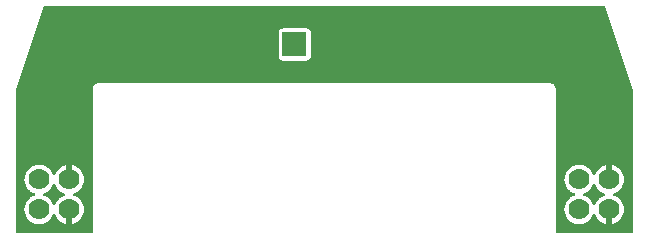
<source format=gtl>
%FSLAX33Y33*%
%MOMM*%
%ADD10C,0.0508*%
%ADD11R,2.X2.*%
%ADD12C,2.*%
%ADD13C,1.778*%
D10*
%LNpour fill*%
G01*
X52742Y12603D02*
X52742Y12603D01*
X50369Y19722*
X2971Y19722*
X0598Y12603*
X0598Y0598*
X7022Y0598*
X7022Y12700*
X7022Y12700*
X7033Y12817*
X7033Y12817*
X7067Y12929*
X7067Y12929*
X7123Y13032*
X7123Y13032*
X7197Y13123*
X7197Y13123*
X7288Y13197*
X7288Y13197*
X7391Y13253*
X7391Y13253*
X7503Y13287*
X7503Y13287*
X7620Y13298*
X7620Y13298*
X45720Y13298*
X45720Y13298*
X45837Y13287*
X45837Y13287*
X45949Y13253*
X45949Y13253*
X46052Y13197*
X46052Y13197*
X46143Y13123*
X46143Y13123*
X46217Y13032*
X46217Y13032*
X46273Y12929*
X46273Y12929*
X46307Y12817*
X46307Y12817*
X46318Y12700*
X46318Y12700*
X46318Y0598*
X52742Y0598*
X52742Y12603*
X25170Y15103D02*
X23170Y15103D01*
X23106Y15108*
X23044Y15123*
X22985Y15147*
X22931Y15180*
X22882Y15222*
X22840Y15271*
X22807Y15325*
X22783Y15384*
X22768Y15446*
X22763Y15510*
X22763Y17510*
X22768Y17574*
X22783Y17636*
X22807Y17695*
X22840Y17749*
X22882Y17798*
X22931Y17840*
X22985Y17873*
X23044Y17897*
X23106Y17912*
X23170Y17917*
X25170Y17917*
X25234Y17912*
X25296Y17897*
X25355Y17873*
X25409Y17840*
X25458Y17798*
X25500Y17749*
X25533Y17695*
X25557Y17636*
X25572Y17574*
X25577Y17510*
X25577Y15510*
X25572Y15446*
X25557Y15384*
X25533Y15325*
X25500Y15271*
X25458Y15222*
X25409Y15180*
X25355Y15147*
X25296Y15123*
X25234Y15108*
X25170Y15103*
X48260Y1244D02*
X47972Y1276D01*
X47698Y1372*
X47452Y1526*
X47246Y1732*
X47092Y1978*
X46996Y2252*
X46964Y2540*
X46996Y2828*
X47092Y3102*
X47246Y3348*
X47452Y3554*
X47698Y3708*
X47860Y3765*
X47860Y3855*
X47698Y3912*
X47452Y4066*
X47246Y4272*
X47092Y4518*
X46996Y4792*
X46964Y5080*
X46996Y5368*
X47092Y5642*
X47246Y5888*
X47452Y6094*
X47698Y6248*
X47972Y6344*
X48260Y6376*
X48548Y6344*
X48822Y6248*
X49068Y6094*
X49274Y5888*
X49428Y5642*
X49485Y5480*
X49575Y5480*
X49632Y5642*
X49786Y5888*
X49992Y6094*
X50238Y6248*
X50512Y6344*
X50597Y6354*
X50597Y5861*
X51003Y5861*
X51003Y6354*
X51088Y6344*
X51362Y6248*
X51608Y6094*
X51814Y5888*
X51968Y5642*
X52064Y5368*
X52096Y5080*
X52064Y4792*
X51968Y4518*
X51814Y4272*
X51608Y4066*
X51362Y3912*
X51200Y3855*
X51200Y3765*
X51362Y3708*
X51608Y3554*
X51814Y3348*
X51968Y3102*
X52064Y2828*
X52096Y2540*
X52064Y2252*
X51968Y1978*
X51814Y1732*
X51608Y1526*
X51362Y1372*
X51088Y1276*
X51003Y1266*
X51003Y1759*
X50597Y1759*
X50597Y1266*
X50512Y1276*
X50238Y1372*
X49992Y1526*
X49786Y1732*
X49632Y1978*
X49575Y2140*
X49485Y2140*
X49428Y1978*
X49274Y1732*
X49068Y1526*
X48822Y1372*
X48548Y1276*
X48260Y1244*
X2540Y1244D02*
X2252Y1276D01*
X1978Y1372*
X1732Y1526*
X1526Y1732*
X1372Y1978*
X1276Y2252*
X1244Y2540*
X1276Y2828*
X1372Y3102*
X1526Y3348*
X1732Y3554*
X1978Y3708*
X2140Y3765*
X2140Y3855*
X1978Y3912*
X1732Y4066*
X1526Y4272*
X1372Y4518*
X1276Y4792*
X1244Y5080*
X1276Y5368*
X1372Y5642*
X1526Y5888*
X1732Y6094*
X1978Y6248*
X2252Y6344*
X2540Y6376*
X2828Y6344*
X3102Y6248*
X3348Y6094*
X3554Y5888*
X3708Y5642*
X3765Y5480*
X3855Y5480*
X3912Y5642*
X4066Y5888*
X4272Y6094*
X4518Y6248*
X4792Y6344*
X4877Y6354*
X4877Y5861*
X5283Y5861*
X5283Y6354*
X5368Y6344*
X5642Y6248*
X5888Y6094*
X6094Y5888*
X6248Y5642*
X6344Y5368*
X6376Y5080*
X6344Y4792*
X6248Y4518*
X6094Y4272*
X5888Y4066*
X5642Y3912*
X5480Y3855*
X5480Y3765*
X5642Y3708*
X5888Y3554*
X6094Y3348*
X6248Y3102*
X6344Y2828*
X6376Y2540*
X6344Y2252*
X6248Y1978*
X6094Y1732*
X5888Y1526*
X5642Y1372*
X5368Y1276*
X5283Y1266*
X5283Y1759*
X4877Y1759*
X4877Y1266*
X4792Y1276*
X4518Y1372*
X4272Y1526*
X4066Y1732*
X3912Y1978*
X3855Y2140*
X3765Y2140*
X3708Y1978*
X3554Y1732*
X3348Y1526*
X3102Y1372*
X2828Y1276*
X2540Y1244*
X0598Y0647D02*
X7022Y0647D01*
X46318Y0647D02*
X52742Y0647D01*
X0598Y0697D02*
X7022Y0697D01*
X46318Y0697D02*
X52742Y0697D01*
X0598Y0746D02*
X7022Y0746D01*
X46318Y0746D02*
X52742Y0746D01*
X0598Y0796D02*
X7022Y0796D01*
X46318Y0796D02*
X52742Y0796D01*
X0598Y0846D02*
X7022Y0846D01*
X46318Y0846D02*
X52742Y0846D01*
X0598Y0895D02*
X7022Y0895D01*
X46318Y0895D02*
X52742Y0895D01*
X0598Y0945D02*
X7022Y0945D01*
X46318Y0945D02*
X52742Y0945D01*
X0598Y0994D02*
X7022Y0994D01*
X46318Y0994D02*
X52742Y0994D01*
X0598Y1044D02*
X7022Y1044D01*
X46318Y1044D02*
X52742Y1044D01*
X0598Y1093D02*
X7022Y1093D01*
X46318Y1093D02*
X52742Y1093D01*
X0598Y1143D02*
X7022Y1143D01*
X46318Y1143D02*
X52742Y1143D01*
X0598Y1192D02*
X7022Y1192D01*
X46318Y1192D02*
X52742Y1192D01*
X0598Y1242D02*
X7022Y1242D01*
X46318Y1242D02*
X52742Y1242D01*
X0598Y1291D02*
X2207Y1291D01*
X2873Y1291D02*
X4747Y1291D01*
X4877Y1291D02*
X5283Y1291D01*
X5413Y1291D02*
X7022Y1291D01*
X46318Y1291D02*
X47927Y1291D01*
X48593Y1291D02*
X50467Y1291D01*
X50597Y1291D02*
X51003Y1291D01*
X51133Y1291D02*
X52742Y1291D01*
X0598Y1341D02*
X2066Y1341D01*
X3014Y1341D02*
X4606Y1341D01*
X4877Y1341D02*
X5283Y1341D01*
X5554Y1341D02*
X7022Y1341D01*
X46318Y1341D02*
X47786Y1341D01*
X48734Y1341D02*
X50326Y1341D01*
X50597Y1341D02*
X51003Y1341D01*
X51274Y1341D02*
X52742Y1341D01*
X0598Y1390D02*
X1948Y1390D01*
X3132Y1390D02*
X4488Y1390D01*
X4877Y1390D02*
X5283Y1390D01*
X5672Y1390D02*
X7022Y1390D01*
X46318Y1390D02*
X47668Y1390D01*
X48852Y1390D02*
X50208Y1390D01*
X50597Y1390D02*
X51003Y1390D01*
X51392Y1390D02*
X52742Y1390D01*
X0598Y1440D02*
X1869Y1440D01*
X3211Y1440D02*
X4409Y1440D01*
X4877Y1440D02*
X5283Y1440D01*
X5751Y1440D02*
X7022Y1440D01*
X46318Y1440D02*
X47589Y1440D01*
X48931Y1440D02*
X50129Y1440D01*
X50597Y1440D02*
X51003Y1440D01*
X51471Y1440D02*
X52742Y1440D01*
X0598Y1489D02*
X1790Y1489D01*
X3290Y1489D02*
X4330Y1489D01*
X4877Y1489D02*
X5283Y1489D01*
X5830Y1489D02*
X7022Y1489D01*
X46318Y1489D02*
X47510Y1489D01*
X49010Y1489D02*
X50050Y1489D01*
X50597Y1489D02*
X51003Y1489D01*
X51550Y1489D02*
X52742Y1489D01*
X0598Y1539D02*
X1719Y1539D01*
X3361Y1539D02*
X4259Y1539D01*
X4877Y1539D02*
X5283Y1539D01*
X5901Y1539D02*
X7022Y1539D01*
X46318Y1539D02*
X47439Y1539D01*
X49081Y1539D02*
X49979Y1539D01*
X50597Y1539D02*
X51003Y1539D01*
X51621Y1539D02*
X52742Y1539D01*
X0598Y1589D02*
X1669Y1589D01*
X3411Y1589D02*
X4209Y1589D01*
X4877Y1589D02*
X5283Y1589D01*
X5951Y1589D02*
X7022Y1589D01*
X46318Y1589D02*
X47389Y1589D01*
X49131Y1589D02*
X49929Y1589D01*
X50597Y1589D02*
X51003Y1589D01*
X51671Y1589D02*
X52742Y1589D01*
X0598Y1638D02*
X1620Y1638D01*
X3460Y1638D02*
X4160Y1638D01*
X4877Y1638D02*
X5283Y1638D01*
X6000Y1638D02*
X7022Y1638D01*
X46318Y1638D02*
X47340Y1638D01*
X49180Y1638D02*
X49880Y1638D01*
X50597Y1638D02*
X51003Y1638D01*
X51720Y1638D02*
X52742Y1638D01*
X0598Y1688D02*
X1570Y1688D01*
X3510Y1688D02*
X4110Y1688D01*
X4877Y1688D02*
X5283Y1688D01*
X6050Y1688D02*
X7022Y1688D01*
X46318Y1688D02*
X47290Y1688D01*
X49230Y1688D02*
X49830Y1688D01*
X50597Y1688D02*
X51003Y1688D01*
X51770Y1688D02*
X52742Y1688D01*
X0598Y1737D02*
X1523Y1737D01*
X3557Y1737D02*
X4063Y1737D01*
X4877Y1737D02*
X5283Y1737D01*
X6097Y1737D02*
X7022Y1737D01*
X46318Y1737D02*
X47243Y1737D01*
X49277Y1737D02*
X49783Y1737D01*
X50597Y1737D02*
X51003Y1737D01*
X51817Y1737D02*
X52742Y1737D01*
X0598Y1787D02*
X1492Y1787D01*
X3588Y1787D02*
X4032Y1787D01*
X6128Y1787D02*
X7022Y1787D01*
X46318Y1787D02*
X47212Y1787D01*
X49308Y1787D02*
X49752Y1787D01*
X51848Y1787D02*
X52742Y1787D01*
X0598Y1836D02*
X1461Y1836D01*
X3619Y1836D02*
X4001Y1836D01*
X6159Y1836D02*
X7022Y1836D01*
X46318Y1836D02*
X47181Y1836D01*
X49339Y1836D02*
X49721Y1836D01*
X51879Y1836D02*
X52742Y1836D01*
X0598Y1886D02*
X1429Y1886D01*
X3651Y1886D02*
X3969Y1886D01*
X6191Y1886D02*
X7022Y1886D01*
X46318Y1886D02*
X47149Y1886D01*
X49371Y1886D02*
X49689Y1886D01*
X51911Y1886D02*
X52742Y1886D01*
X0598Y1935D02*
X1398Y1935D01*
X3682Y1935D02*
X3938Y1935D01*
X6222Y1935D02*
X7022Y1935D01*
X46318Y1935D02*
X47118Y1935D01*
X49402Y1935D02*
X49658Y1935D01*
X51942Y1935D02*
X52742Y1935D01*
X0598Y1985D02*
X1369Y1985D01*
X3711Y1985D02*
X3909Y1985D01*
X6251Y1985D02*
X7022Y1985D01*
X46318Y1985D02*
X47089Y1985D01*
X49431Y1985D02*
X49629Y1985D01*
X51971Y1985D02*
X52742Y1985D01*
X0598Y2034D02*
X1352Y2034D01*
X3728Y2034D02*
X3892Y2034D01*
X6268Y2034D02*
X7022Y2034D01*
X46318Y2034D02*
X47072Y2034D01*
X49448Y2034D02*
X49612Y2034D01*
X51988Y2034D02*
X52742Y2034D01*
X0598Y2084D02*
X1335Y2084D01*
X3745Y2084D02*
X3875Y2084D01*
X6285Y2084D02*
X7022Y2084D01*
X46318Y2084D02*
X47055Y2084D01*
X49465Y2084D02*
X49595Y2084D01*
X52005Y2084D02*
X52742Y2084D01*
X0598Y2133D02*
X1317Y2133D01*
X3763Y2133D02*
X3857Y2133D01*
X6303Y2133D02*
X7022Y2133D01*
X46318Y2133D02*
X47037Y2133D01*
X49483Y2133D02*
X49577Y2133D01*
X52023Y2133D02*
X52742Y2133D01*
X0598Y2183D02*
X1300Y2183D01*
X6320Y2183D02*
X7022Y2183D01*
X46318Y2183D02*
X47020Y2183D01*
X52040Y2183D02*
X52742Y2183D01*
X0598Y2232D02*
X1283Y2232D01*
X6337Y2232D02*
X7022Y2232D01*
X46318Y2232D02*
X47003Y2232D01*
X52057Y2232D02*
X52742Y2232D01*
X0598Y2282D02*
X1272Y2282D01*
X6348Y2282D02*
X7022Y2282D01*
X46318Y2282D02*
X46992Y2282D01*
X52068Y2282D02*
X52742Y2282D01*
X0598Y2331D02*
X1267Y2331D01*
X6353Y2331D02*
X7022Y2331D01*
X46318Y2331D02*
X46987Y2331D01*
X52073Y2331D02*
X52742Y2331D01*
X0598Y2381D02*
X1261Y2381D01*
X6359Y2381D02*
X7022Y2381D01*
X46318Y2381D02*
X46981Y2381D01*
X52079Y2381D02*
X52742Y2381D01*
X0598Y2431D02*
X1256Y2431D01*
X6364Y2431D02*
X7022Y2431D01*
X46318Y2431D02*
X46976Y2431D01*
X52084Y2431D02*
X52742Y2431D01*
X0598Y2480D02*
X1250Y2480D01*
X6370Y2480D02*
X7022Y2480D01*
X46318Y2480D02*
X46970Y2480D01*
X52090Y2480D02*
X52742Y2480D01*
X0598Y2530D02*
X1245Y2530D01*
X6375Y2530D02*
X7022Y2530D01*
X46318Y2530D02*
X46965Y2530D01*
X52095Y2530D02*
X52742Y2530D01*
X0598Y2579D02*
X1248Y2579D01*
X6372Y2579D02*
X7022Y2579D01*
X46318Y2579D02*
X46968Y2579D01*
X52092Y2579D02*
X52742Y2579D01*
X0598Y2629D02*
X1253Y2629D01*
X6367Y2629D02*
X7022Y2629D01*
X46318Y2629D02*
X46973Y2629D01*
X52087Y2629D02*
X52742Y2629D01*
X0598Y2678D02*
X1259Y2678D01*
X6361Y2678D02*
X7022Y2678D01*
X46318Y2678D02*
X46979Y2678D01*
X52081Y2678D02*
X52742Y2678D01*
X0598Y2728D02*
X1264Y2728D01*
X6356Y2728D02*
X7022Y2728D01*
X46318Y2728D02*
X46984Y2728D01*
X52076Y2728D02*
X52742Y2728D01*
X0598Y2777D02*
X1270Y2777D01*
X6350Y2777D02*
X7022Y2777D01*
X46318Y2777D02*
X46990Y2777D01*
X52070Y2777D02*
X52742Y2777D01*
X0598Y2827D02*
X1276Y2827D01*
X6344Y2827D02*
X7022Y2827D01*
X46318Y2827D02*
X46996Y2827D01*
X52064Y2827D02*
X52742Y2827D01*
X0598Y2876D02*
X1293Y2876D01*
X6327Y2876D02*
X7022Y2876D01*
X46318Y2876D02*
X47013Y2876D01*
X52047Y2876D02*
X52742Y2876D01*
X0598Y2926D02*
X1310Y2926D01*
X6310Y2926D02*
X7022Y2926D01*
X46318Y2926D02*
X47030Y2926D01*
X52030Y2926D02*
X52742Y2926D01*
X0598Y2975D02*
X1327Y2975D01*
X6293Y2975D02*
X7022Y2975D01*
X46318Y2975D02*
X47047Y2975D01*
X52013Y2975D02*
X52742Y2975D01*
X0598Y3025D02*
X1345Y3025D01*
X6275Y3025D02*
X7022Y3025D01*
X46318Y3025D02*
X47065Y3025D01*
X51995Y3025D02*
X52742Y3025D01*
X0598Y3074D02*
X1362Y3074D01*
X6258Y3074D02*
X7022Y3074D01*
X46318Y3074D02*
X47082Y3074D01*
X51978Y3074D02*
X52742Y3074D01*
X0598Y3124D02*
X1385Y3124D01*
X6235Y3124D02*
X7022Y3124D01*
X46318Y3124D02*
X47105Y3124D01*
X51955Y3124D02*
X52742Y3124D01*
X0598Y3173D02*
X1416Y3173D01*
X6204Y3173D02*
X7022Y3173D01*
X46318Y3173D02*
X47136Y3173D01*
X51924Y3173D02*
X52742Y3173D01*
X0598Y3223D02*
X1447Y3223D01*
X6173Y3223D02*
X7022Y3223D01*
X46318Y3223D02*
X47167Y3223D01*
X51893Y3223D02*
X52742Y3223D01*
X0598Y3273D02*
X1479Y3273D01*
X6141Y3273D02*
X7022Y3273D01*
X46318Y3273D02*
X47199Y3273D01*
X51861Y3273D02*
X52742Y3273D01*
X0598Y3322D02*
X1510Y3322D01*
X6110Y3322D02*
X7022Y3322D01*
X46318Y3322D02*
X47230Y3322D01*
X51830Y3322D02*
X52742Y3322D01*
X0598Y3372D02*
X1549Y3372D01*
X6071Y3372D02*
X7022Y3372D01*
X46318Y3372D02*
X47269Y3372D01*
X51791Y3372D02*
X52742Y3372D01*
X0598Y3421D02*
X1599Y3421D01*
X6021Y3421D02*
X7022Y3421D01*
X46318Y3421D02*
X47319Y3421D01*
X51741Y3421D02*
X52742Y3421D01*
X0598Y3471D02*
X1648Y3471D01*
X5972Y3471D02*
X7022Y3471D01*
X46318Y3471D02*
X47368Y3471D01*
X51692Y3471D02*
X52742Y3471D01*
X0598Y3520D02*
X1698Y3520D01*
X5922Y3520D02*
X7022Y3520D01*
X46318Y3520D02*
X47418Y3520D01*
X51642Y3520D02*
X52742Y3520D01*
X0598Y3570D02*
X1757Y3570D01*
X5863Y3570D02*
X7022Y3570D01*
X46318Y3570D02*
X47477Y3570D01*
X51583Y3570D02*
X52742Y3570D01*
X0598Y3619D02*
X1836Y3619D01*
X5784Y3619D02*
X7022Y3619D01*
X46318Y3619D02*
X47556Y3619D01*
X51504Y3619D02*
X52742Y3619D01*
X0598Y3669D02*
X1915Y3669D01*
X5705Y3669D02*
X7022Y3669D01*
X46318Y3669D02*
X47635Y3669D01*
X51425Y3669D02*
X52742Y3669D01*
X0598Y3718D02*
X2006Y3718D01*
X5614Y3718D02*
X7022Y3718D01*
X46318Y3718D02*
X47726Y3718D01*
X51334Y3718D02*
X52742Y3718D01*
X0598Y3768D02*
X2140Y3768D01*
X5480Y3768D02*
X7022Y3768D01*
X46318Y3768D02*
X47860Y3768D01*
X51200Y3768D02*
X52742Y3768D01*
X0598Y3817D02*
X2140Y3817D01*
X5480Y3817D02*
X7022Y3817D01*
X46318Y3817D02*
X47860Y3817D01*
X51200Y3817D02*
X52742Y3817D01*
X0598Y3867D02*
X2106Y3867D01*
X5514Y3867D02*
X7022Y3867D01*
X46318Y3867D02*
X47826Y3867D01*
X51234Y3867D02*
X52742Y3867D01*
X0598Y3916D02*
X1970Y3916D01*
X5650Y3916D02*
X7022Y3916D01*
X46318Y3916D02*
X47690Y3916D01*
X51370Y3916D02*
X52742Y3916D01*
X0598Y3966D02*
X1891Y3966D01*
X5729Y3966D02*
X7022Y3966D01*
X46318Y3966D02*
X47611Y3966D01*
X51449Y3966D02*
X52742Y3966D01*
X0598Y4015D02*
X1812Y4015D01*
X5808Y4015D02*
X7022Y4015D01*
X46318Y4015D02*
X47532Y4015D01*
X51528Y4015D02*
X52742Y4015D01*
X0598Y4065D02*
X1734Y4065D01*
X5886Y4065D02*
X7022Y4065D01*
X46318Y4065D02*
X47454Y4065D01*
X51606Y4065D02*
X52742Y4065D01*
X0598Y4115D02*
X1683Y4115D01*
X5937Y4115D02*
X7022Y4115D01*
X46318Y4115D02*
X47403Y4115D01*
X51657Y4115D02*
X52742Y4115D01*
X0598Y4164D02*
X1634Y4164D01*
X5986Y4164D02*
X7022Y4164D01*
X46318Y4164D02*
X47354Y4164D01*
X51706Y4164D02*
X52742Y4164D01*
X0598Y4214D02*
X1584Y4214D01*
X6036Y4214D02*
X7022Y4214D01*
X46318Y4214D02*
X47304Y4214D01*
X51756Y4214D02*
X52742Y4214D01*
X0598Y4263D02*
X1535Y4263D01*
X6085Y4263D02*
X7022Y4263D01*
X46318Y4263D02*
X47255Y4263D01*
X51805Y4263D02*
X52742Y4263D01*
X0598Y4313D02*
X1500Y4313D01*
X6120Y4313D02*
X7022Y4313D01*
X46318Y4313D02*
X47220Y4313D01*
X51840Y4313D02*
X52742Y4313D01*
X0598Y4362D02*
X1469Y4362D01*
X6151Y4362D02*
X7022Y4362D01*
X46318Y4362D02*
X47189Y4362D01*
X51871Y4362D02*
X52742Y4362D01*
X0598Y4412D02*
X1438Y4412D01*
X6182Y4412D02*
X7022Y4412D01*
X46318Y4412D02*
X47158Y4412D01*
X51902Y4412D02*
X52742Y4412D01*
X0598Y4461D02*
X1407Y4461D01*
X6213Y4461D02*
X7022Y4461D01*
X46318Y4461D02*
X47127Y4461D01*
X51933Y4461D02*
X52742Y4461D01*
X0598Y4511D02*
X1376Y4511D01*
X6244Y4511D02*
X7022Y4511D01*
X46318Y4511D02*
X47096Y4511D01*
X51964Y4511D02*
X52742Y4511D01*
X0598Y4560D02*
X1357Y4560D01*
X6263Y4560D02*
X7022Y4560D01*
X46318Y4560D02*
X47077Y4560D01*
X51983Y4560D02*
X52742Y4560D01*
X0598Y4610D02*
X1339Y4610D01*
X6281Y4610D02*
X7022Y4610D01*
X46318Y4610D02*
X47059Y4610D01*
X52001Y4610D02*
X52742Y4610D01*
X0598Y4659D02*
X1322Y4659D01*
X6298Y4659D02*
X7022Y4659D01*
X46318Y4659D02*
X47042Y4659D01*
X52018Y4659D02*
X52742Y4659D01*
X0598Y4709D02*
X1305Y4709D01*
X6315Y4709D02*
X7022Y4709D01*
X46318Y4709D02*
X47025Y4709D01*
X52035Y4709D02*
X52742Y4709D01*
X0598Y4758D02*
X1287Y4758D01*
X6333Y4758D02*
X7022Y4758D01*
X46318Y4758D02*
X47007Y4758D01*
X52053Y4758D02*
X52742Y4758D01*
X0598Y4808D02*
X1274Y4808D01*
X6346Y4808D02*
X7022Y4808D01*
X46318Y4808D02*
X46994Y4808D01*
X52066Y4808D02*
X52742Y4808D01*
X0598Y4857D02*
X1268Y4857D01*
X6352Y4857D02*
X7022Y4857D01*
X46318Y4857D02*
X46988Y4857D01*
X52072Y4857D02*
X52742Y4857D01*
X0598Y4907D02*
X1263Y4907D01*
X6357Y4907D02*
X7022Y4907D01*
X46318Y4907D02*
X46983Y4907D01*
X52077Y4907D02*
X52742Y4907D01*
X0598Y4957D02*
X1257Y4957D01*
X6363Y4957D02*
X7022Y4957D01*
X46318Y4957D02*
X46977Y4957D01*
X52083Y4957D02*
X52742Y4957D01*
X0598Y5006D02*
X1252Y5006D01*
X6368Y5006D02*
X7022Y5006D01*
X46318Y5006D02*
X46972Y5006D01*
X52088Y5006D02*
X52742Y5006D01*
X0598Y5056D02*
X1246Y5056D01*
X6374Y5056D02*
X7022Y5056D01*
X46318Y5056D02*
X46966Y5056D01*
X52094Y5056D02*
X52742Y5056D01*
X0598Y5105D02*
X1246Y5105D01*
X6374Y5105D02*
X7022Y5105D01*
X46318Y5105D02*
X46966Y5105D01*
X52094Y5105D02*
X52742Y5105D01*
X0598Y5155D02*
X1252Y5155D01*
X6368Y5155D02*
X7022Y5155D01*
X46318Y5155D02*
X46972Y5155D01*
X52088Y5155D02*
X52742Y5155D01*
X0598Y5204D02*
X1257Y5204D01*
X6363Y5204D02*
X7022Y5204D01*
X46318Y5204D02*
X46977Y5204D01*
X52083Y5204D02*
X52742Y5204D01*
X0598Y5254D02*
X1263Y5254D01*
X6357Y5254D02*
X7022Y5254D01*
X46318Y5254D02*
X46983Y5254D01*
X52077Y5254D02*
X52742Y5254D01*
X0598Y5303D02*
X1268Y5303D01*
X6352Y5303D02*
X7022Y5303D01*
X46318Y5303D02*
X46988Y5303D01*
X52072Y5303D02*
X52742Y5303D01*
X0598Y5353D02*
X1274Y5353D01*
X6346Y5353D02*
X7022Y5353D01*
X46318Y5353D02*
X46994Y5353D01*
X52066Y5353D02*
X52742Y5353D01*
X0598Y5402D02*
X1288Y5402D01*
X6332Y5402D02*
X7022Y5402D01*
X46318Y5402D02*
X47008Y5402D01*
X52052Y5402D02*
X52742Y5402D01*
X0598Y5452D02*
X1305Y5452D01*
X6315Y5452D02*
X7022Y5452D01*
X46318Y5452D02*
X47025Y5452D01*
X52035Y5452D02*
X52742Y5452D01*
X0598Y5501D02*
X1322Y5501D01*
X3758Y5501D02*
X3862Y5501D01*
X6298Y5501D02*
X7022Y5501D01*
X46318Y5501D02*
X47042Y5501D01*
X49478Y5501D02*
X49582Y5501D01*
X52018Y5501D02*
X52742Y5501D01*
X0598Y5551D02*
X1340Y5551D01*
X3740Y5551D02*
X3880Y5551D01*
X6280Y5551D02*
X7022Y5551D01*
X46318Y5551D02*
X47060Y5551D01*
X49460Y5551D02*
X49600Y5551D01*
X52000Y5551D02*
X52742Y5551D01*
X0598Y5600D02*
X1357Y5600D01*
X3723Y5600D02*
X3897Y5600D01*
X6263Y5600D02*
X7022Y5600D01*
X46318Y5600D02*
X47077Y5600D01*
X49443Y5600D02*
X49617Y5600D01*
X51983Y5600D02*
X52742Y5600D01*
X0598Y5650D02*
X1376Y5650D01*
X3704Y5650D02*
X3916Y5650D01*
X6244Y5650D02*
X7022Y5650D01*
X46318Y5650D02*
X47096Y5650D01*
X49424Y5650D02*
X49636Y5650D01*
X51964Y5650D02*
X52742Y5650D01*
X0598Y5699D02*
X1408Y5699D01*
X3672Y5699D02*
X3948Y5699D01*
X6212Y5699D02*
X7022Y5699D01*
X46318Y5699D02*
X47128Y5699D01*
X49392Y5699D02*
X49668Y5699D01*
X51932Y5699D02*
X52742Y5699D01*
X0598Y5749D02*
X1439Y5749D01*
X3641Y5749D02*
X3979Y5749D01*
X6181Y5749D02*
X7022Y5749D01*
X46318Y5749D02*
X47159Y5749D01*
X49361Y5749D02*
X49699Y5749D01*
X51901Y5749D02*
X52742Y5749D01*
X0598Y5799D02*
X1470Y5799D01*
X3610Y5799D02*
X4010Y5799D01*
X6150Y5799D02*
X7022Y5799D01*
X46318Y5799D02*
X47190Y5799D01*
X49330Y5799D02*
X49730Y5799D01*
X51870Y5799D02*
X52742Y5799D01*
X0598Y5848D02*
X1501Y5848D01*
X3579Y5848D02*
X4041Y5848D01*
X6119Y5848D02*
X7022Y5848D01*
X46318Y5848D02*
X47221Y5848D01*
X49299Y5848D02*
X49761Y5848D01*
X51839Y5848D02*
X52742Y5848D01*
X0598Y5898D02*
X1535Y5898D01*
X3545Y5898D02*
X4075Y5898D01*
X4877Y5898D02*
X5283Y5898D01*
X6085Y5898D02*
X7022Y5898D01*
X46318Y5898D02*
X47255Y5898D01*
X49265Y5898D02*
X49795Y5898D01*
X50597Y5898D02*
X51003Y5898D01*
X51805Y5898D02*
X52742Y5898D01*
X0598Y5947D02*
X1585Y5947D01*
X3495Y5947D02*
X4125Y5947D01*
X4877Y5947D02*
X5283Y5947D01*
X6035Y5947D02*
X7022Y5947D01*
X46318Y5947D02*
X47305Y5947D01*
X49215Y5947D02*
X49845Y5947D01*
X50597Y5947D02*
X51003Y5947D01*
X51755Y5947D02*
X52742Y5947D01*
X0598Y5997D02*
X1634Y5997D01*
X3446Y5997D02*
X4174Y5997D01*
X4877Y5997D02*
X5283Y5997D01*
X5986Y5997D02*
X7022Y5997D01*
X46318Y5997D02*
X47354Y5997D01*
X49166Y5997D02*
X49894Y5997D01*
X50597Y5997D02*
X51003Y5997D01*
X51706Y5997D02*
X52742Y5997D01*
X0598Y6046D02*
X1684Y6046D01*
X3396Y6046D02*
X4224Y6046D01*
X4877Y6046D02*
X5283Y6046D01*
X5936Y6046D02*
X7022Y6046D01*
X46318Y6046D02*
X47404Y6046D01*
X49116Y6046D02*
X49944Y6046D01*
X50597Y6046D02*
X51003Y6046D01*
X51656Y6046D02*
X52742Y6046D01*
X0598Y6096D02*
X1735Y6096D01*
X3345Y6096D02*
X4275Y6096D01*
X4877Y6096D02*
X5283Y6096D01*
X5885Y6096D02*
X7022Y6096D01*
X46318Y6096D02*
X47455Y6096D01*
X49065Y6096D02*
X49995Y6096D01*
X50597Y6096D02*
X51003Y6096D01*
X51605Y6096D02*
X52742Y6096D01*
X0598Y6145D02*
X1814Y6145D01*
X3266Y6145D02*
X4354Y6145D01*
X4877Y6145D02*
X5283Y6145D01*
X5806Y6145D02*
X7022Y6145D01*
X46318Y6145D02*
X47534Y6145D01*
X48986Y6145D02*
X50074Y6145D01*
X50597Y6145D02*
X51003Y6145D01*
X51526Y6145D02*
X52742Y6145D01*
X0598Y6195D02*
X1892Y6195D01*
X3188Y6195D02*
X4432Y6195D01*
X4877Y6195D02*
X5283Y6195D01*
X5728Y6195D02*
X7022Y6195D01*
X46318Y6195D02*
X47612Y6195D01*
X48908Y6195D02*
X50152Y6195D01*
X50597Y6195D02*
X51003Y6195D01*
X51448Y6195D02*
X52742Y6195D01*
X0598Y6244D02*
X1971Y6244D01*
X3109Y6244D02*
X4511Y6244D01*
X4877Y6244D02*
X5283Y6244D01*
X5649Y6244D02*
X7022Y6244D01*
X46318Y6244D02*
X47691Y6244D01*
X48829Y6244D02*
X50231Y6244D01*
X50597Y6244D02*
X51003Y6244D01*
X51369Y6244D02*
X52742Y6244D01*
X0598Y6294D02*
X2108Y6294D01*
X2972Y6294D02*
X4648Y6294D01*
X4877Y6294D02*
X5283Y6294D01*
X5512Y6294D02*
X7022Y6294D01*
X46318Y6294D02*
X47828Y6294D01*
X48692Y6294D02*
X50368Y6294D01*
X50597Y6294D02*
X51003Y6294D01*
X51232Y6294D02*
X52742Y6294D01*
X0598Y6343D02*
X2249Y6343D01*
X2831Y6343D02*
X4789Y6343D01*
X4877Y6343D02*
X5283Y6343D01*
X5371Y6343D02*
X7022Y6343D01*
X46318Y6343D02*
X47969Y6343D01*
X48551Y6343D02*
X50509Y6343D01*
X50597Y6343D02*
X51003Y6343D01*
X51091Y6343D02*
X52742Y6343D01*
X0598Y6393D02*
X7022Y6393D01*
X46318Y6393D02*
X52742Y6393D01*
X0598Y6442D02*
X7022Y6442D01*
X46318Y6442D02*
X52742Y6442D01*
X0598Y6492D02*
X7022Y6492D01*
X46318Y6492D02*
X52742Y6492D01*
X0598Y6542D02*
X7022Y6542D01*
X46318Y6542D02*
X52742Y6542D01*
X0598Y6591D02*
X7022Y6591D01*
X46318Y6591D02*
X52742Y6591D01*
X0598Y6641D02*
X7022Y6641D01*
X46318Y6641D02*
X52742Y6641D01*
X0598Y6690D02*
X7022Y6690D01*
X46318Y6690D02*
X52742Y6690D01*
X0598Y6740D02*
X7022Y6740D01*
X46318Y6740D02*
X52742Y6740D01*
X0598Y6789D02*
X7022Y6789D01*
X46318Y6789D02*
X52742Y6789D01*
X0598Y6839D02*
X7022Y6839D01*
X46318Y6839D02*
X52742Y6839D01*
X0598Y6888D02*
X7022Y6888D01*
X46318Y6888D02*
X52742Y6888D01*
X0598Y6938D02*
X7022Y6938D01*
X46318Y6938D02*
X52742Y6938D01*
X0598Y6987D02*
X7022Y6987D01*
X46318Y6987D02*
X52742Y6987D01*
X0598Y7037D02*
X7022Y7037D01*
X46318Y7037D02*
X52742Y7037D01*
X0598Y7086D02*
X7022Y7086D01*
X46318Y7086D02*
X52742Y7086D01*
X0598Y7136D02*
X7022Y7136D01*
X46318Y7136D02*
X52742Y7136D01*
X0598Y7185D02*
X7022Y7185D01*
X46318Y7185D02*
X52742Y7185D01*
X0598Y7235D02*
X7022Y7235D01*
X46318Y7235D02*
X52742Y7235D01*
X0598Y7284D02*
X7022Y7284D01*
X46318Y7284D02*
X52742Y7284D01*
X0598Y7334D02*
X7022Y7334D01*
X46318Y7334D02*
X52742Y7334D01*
X0598Y7384D02*
X7022Y7384D01*
X46318Y7384D02*
X52742Y7384D01*
X0598Y7433D02*
X7022Y7433D01*
X46318Y7433D02*
X52742Y7433D01*
X0598Y7483D02*
X7022Y7483D01*
X46318Y7483D02*
X52742Y7483D01*
X0598Y7532D02*
X7022Y7532D01*
X46318Y7532D02*
X52742Y7532D01*
X0598Y7582D02*
X7022Y7582D01*
X46318Y7582D02*
X52742Y7582D01*
X0598Y7631D02*
X7022Y7631D01*
X46318Y7631D02*
X52742Y7631D01*
X0598Y7681D02*
X7022Y7681D01*
X46318Y7681D02*
X52742Y7681D01*
X0598Y7730D02*
X7022Y7730D01*
X46318Y7730D02*
X52742Y7730D01*
X0598Y7780D02*
X7022Y7780D01*
X46318Y7780D02*
X52742Y7780D01*
X0598Y7829D02*
X7022Y7829D01*
X46318Y7829D02*
X52742Y7829D01*
X0598Y7879D02*
X7022Y7879D01*
X46318Y7879D02*
X52742Y7879D01*
X0598Y7928D02*
X7022Y7928D01*
X46318Y7928D02*
X52742Y7928D01*
X0598Y7978D02*
X7022Y7978D01*
X46318Y7978D02*
X52742Y7978D01*
X0598Y8027D02*
X7022Y8027D01*
X46318Y8027D02*
X52742Y8027D01*
X0598Y8077D02*
X7022Y8077D01*
X46318Y8077D02*
X52742Y8077D01*
X0598Y8126D02*
X7022Y8126D01*
X46318Y8126D02*
X52742Y8126D01*
X0598Y8176D02*
X7022Y8176D01*
X46318Y8176D02*
X52742Y8176D01*
X0598Y8226D02*
X7022Y8226D01*
X46318Y8226D02*
X52742Y8226D01*
X0598Y8275D02*
X7022Y8275D01*
X46318Y8275D02*
X52742Y8275D01*
X0598Y8325D02*
X7022Y8325D01*
X46318Y8325D02*
X52742Y8325D01*
X0598Y8374D02*
X7022Y8374D01*
X46318Y8374D02*
X52742Y8374D01*
X0598Y8424D02*
X7022Y8424D01*
X46318Y8424D02*
X52742Y8424D01*
X0598Y8473D02*
X7022Y8473D01*
X46318Y8473D02*
X52742Y8473D01*
X0598Y8523D02*
X7022Y8523D01*
X46318Y8523D02*
X52742Y8523D01*
X0598Y8572D02*
X7022Y8572D01*
X46318Y8572D02*
X52742Y8572D01*
X0598Y8622D02*
X7022Y8622D01*
X46318Y8622D02*
X52742Y8622D01*
X0598Y8671D02*
X7022Y8671D01*
X46318Y8671D02*
X52742Y8671D01*
X0598Y8721D02*
X7022Y8721D01*
X46318Y8721D02*
X52742Y8721D01*
X0598Y8770D02*
X7022Y8770D01*
X46318Y8770D02*
X52742Y8770D01*
X0598Y8820D02*
X7022Y8820D01*
X46318Y8820D02*
X52742Y8820D01*
X0598Y8869D02*
X7022Y8869D01*
X46318Y8869D02*
X52742Y8869D01*
X0598Y8919D02*
X7022Y8919D01*
X46318Y8919D02*
X52742Y8919D01*
X0598Y8968D02*
X7022Y8968D01*
X46318Y8968D02*
X52742Y8968D01*
X0598Y9018D02*
X7022Y9018D01*
X46318Y9018D02*
X52742Y9018D01*
X0598Y9068D02*
X7022Y9068D01*
X46318Y9068D02*
X52742Y9068D01*
X0598Y9117D02*
X7022Y9117D01*
X46318Y9117D02*
X52742Y9117D01*
X0598Y9167D02*
X7022Y9167D01*
X46318Y9167D02*
X52742Y9167D01*
X0598Y9216D02*
X7022Y9216D01*
X46318Y9216D02*
X52742Y9216D01*
X0598Y9266D02*
X7022Y9266D01*
X46318Y9266D02*
X52742Y9266D01*
X0598Y9315D02*
X7022Y9315D01*
X46318Y9315D02*
X52742Y9315D01*
X0598Y9365D02*
X7022Y9365D01*
X46318Y9365D02*
X52742Y9365D01*
X0598Y9414D02*
X7022Y9414D01*
X46318Y9414D02*
X52742Y9414D01*
X0598Y9464D02*
X7022Y9464D01*
X46318Y9464D02*
X52742Y9464D01*
X0598Y9513D02*
X7022Y9513D01*
X46318Y9513D02*
X52742Y9513D01*
X0598Y9563D02*
X7022Y9563D01*
X46318Y9563D02*
X52742Y9563D01*
X0598Y9612D02*
X7022Y9612D01*
X46318Y9612D02*
X52742Y9612D01*
X0598Y9662D02*
X7022Y9662D01*
X46318Y9662D02*
X52742Y9662D01*
X0598Y9711D02*
X7022Y9711D01*
X46318Y9711D02*
X52742Y9711D01*
X0598Y9761D02*
X7022Y9761D01*
X46318Y9761D02*
X52742Y9761D01*
X0598Y9810D02*
X7022Y9810D01*
X46318Y9810D02*
X52742Y9810D01*
X0598Y9860D02*
X7022Y9860D01*
X46318Y9860D02*
X52742Y9860D01*
X0598Y9910D02*
X7022Y9910D01*
X46318Y9910D02*
X52742Y9910D01*
X0598Y9959D02*
X7022Y9959D01*
X46318Y9959D02*
X52742Y9959D01*
X0598Y10009D02*
X7022Y10009D01*
X46318Y10009D02*
X52742Y10009D01*
X0598Y10058D02*
X7022Y10058D01*
X46318Y10058D02*
X52742Y10058D01*
X0598Y10108D02*
X7022Y10108D01*
X46318Y10108D02*
X52742Y10108D01*
X0598Y10157D02*
X7022Y10157D01*
X46318Y10157D02*
X52742Y10157D01*
X0598Y10207D02*
X7022Y10207D01*
X46318Y10207D02*
X52742Y10207D01*
X0598Y10256D02*
X7022Y10256D01*
X46318Y10256D02*
X52742Y10256D01*
X0598Y10306D02*
X7022Y10306D01*
X46318Y10306D02*
X52742Y10306D01*
X0598Y10355D02*
X7022Y10355D01*
X46318Y10355D02*
X52742Y10355D01*
X0598Y10405D02*
X7022Y10405D01*
X46318Y10405D02*
X52742Y10405D01*
X0598Y10454D02*
X7022Y10454D01*
X46318Y10454D02*
X52742Y10454D01*
X0598Y10504D02*
X7022Y10504D01*
X46318Y10504D02*
X52742Y10504D01*
X0598Y10553D02*
X7022Y10553D01*
X46318Y10553D02*
X52742Y10553D01*
X0598Y10603D02*
X7022Y10603D01*
X46318Y10603D02*
X52742Y10603D01*
X0598Y10652D02*
X7022Y10652D01*
X46318Y10652D02*
X52742Y10652D01*
X0598Y10702D02*
X7022Y10702D01*
X46318Y10702D02*
X52742Y10702D01*
X0598Y10752D02*
X7022Y10752D01*
X46318Y10752D02*
X52742Y10752D01*
X0598Y10801D02*
X7022Y10801D01*
X46318Y10801D02*
X52742Y10801D01*
X0598Y10851D02*
X7022Y10851D01*
X46318Y10851D02*
X52742Y10851D01*
X0598Y10900D02*
X7022Y10900D01*
X46318Y10900D02*
X52742Y10900D01*
X0598Y10950D02*
X7022Y10950D01*
X46318Y10950D02*
X52742Y10950D01*
X0598Y10999D02*
X7022Y10999D01*
X46318Y10999D02*
X52742Y10999D01*
X0598Y11049D02*
X7022Y11049D01*
X46318Y11049D02*
X52742Y11049D01*
X0598Y11098D02*
X7022Y11098D01*
X46318Y11098D02*
X52742Y11098D01*
X0598Y11148D02*
X7022Y11148D01*
X46318Y11148D02*
X52742Y11148D01*
X0598Y11197D02*
X7022Y11197D01*
X46318Y11197D02*
X52742Y11197D01*
X0598Y11247D02*
X7022Y11247D01*
X46318Y11247D02*
X52742Y11247D01*
X0598Y11296D02*
X7022Y11296D01*
X46318Y11296D02*
X52742Y11296D01*
X0598Y11346D02*
X7022Y11346D01*
X46318Y11346D02*
X52742Y11346D01*
X0598Y11395D02*
X7022Y11395D01*
X46318Y11395D02*
X52742Y11395D01*
X0598Y11445D02*
X7022Y11445D01*
X46318Y11445D02*
X52742Y11445D01*
X0598Y11495D02*
X7022Y11495D01*
X46318Y11495D02*
X52742Y11495D01*
X0598Y11544D02*
X7022Y11544D01*
X46318Y11544D02*
X52742Y11544D01*
X0598Y11594D02*
X7022Y11594D01*
X46318Y11594D02*
X52742Y11594D01*
X0598Y11643D02*
X7022Y11643D01*
X46318Y11643D02*
X52742Y11643D01*
X0598Y11693D02*
X7022Y11693D01*
X46318Y11693D02*
X52742Y11693D01*
X0598Y11742D02*
X7022Y11742D01*
X46318Y11742D02*
X52742Y11742D01*
X0598Y11792D02*
X7022Y11792D01*
X46318Y11792D02*
X52742Y11792D01*
X0598Y11841D02*
X7022Y11841D01*
X46318Y11841D02*
X52742Y11841D01*
X0598Y11891D02*
X7022Y11891D01*
X46318Y11891D02*
X52742Y11891D01*
X0598Y11940D02*
X7022Y11940D01*
X46318Y11940D02*
X52742Y11940D01*
X0598Y11990D02*
X7022Y11990D01*
X46318Y11990D02*
X52742Y11990D01*
X0598Y12039D02*
X7022Y12039D01*
X46318Y12039D02*
X52742Y12039D01*
X0598Y12089D02*
X7022Y12089D01*
X46318Y12089D02*
X52742Y12089D01*
X0598Y12138D02*
X7022Y12138D01*
X46318Y12138D02*
X52742Y12138D01*
X0598Y12188D02*
X7022Y12188D01*
X46318Y12188D02*
X52742Y12188D01*
X0598Y12237D02*
X7022Y12237D01*
X46318Y12237D02*
X52742Y12237D01*
X0598Y12287D02*
X7022Y12287D01*
X46318Y12287D02*
X52742Y12287D01*
X0598Y12337D02*
X7022Y12337D01*
X46318Y12337D02*
X52742Y12337D01*
X0598Y12386D02*
X7022Y12386D01*
X46318Y12386D02*
X52742Y12386D01*
X0598Y12436D02*
X7022Y12436D01*
X46318Y12436D02*
X52742Y12436D01*
X0598Y12485D02*
X7022Y12485D01*
X46318Y12485D02*
X52742Y12485D01*
X0598Y12535D02*
X7022Y12535D01*
X46318Y12535D02*
X52742Y12535D01*
X0598Y12584D02*
X7022Y12584D01*
X46318Y12584D02*
X52742Y12584D01*
X0608Y12634D02*
X7022Y12634D01*
X46318Y12634D02*
X52732Y12634D01*
X0625Y12683D02*
X7022Y12683D01*
X46318Y12683D02*
X52715Y12683D01*
X0641Y12733D02*
X7025Y12733D01*
X46315Y12733D02*
X52699Y12733D01*
X0658Y12782D02*
X7030Y12782D01*
X46310Y12782D02*
X52682Y12782D01*
X0674Y12832D02*
X7038Y12832D01*
X46302Y12832D02*
X52666Y12832D01*
X0691Y12881D02*
X7053Y12881D01*
X46287Y12881D02*
X52649Y12881D01*
X0707Y12931D02*
X7069Y12931D01*
X46271Y12931D02*
X52633Y12931D01*
X0724Y12980D02*
X7095Y12980D01*
X46245Y12980D02*
X52616Y12980D01*
X0740Y13030D02*
X7122Y13030D01*
X46218Y13030D02*
X52600Y13030D01*
X0757Y13079D02*
X7162Y13079D01*
X46178Y13079D02*
X52583Y13079D01*
X0773Y13129D02*
X7205Y13129D01*
X46135Y13129D02*
X52567Y13129D01*
X0790Y13179D02*
X7265Y13179D01*
X46075Y13179D02*
X52550Y13179D01*
X0806Y13228D02*
X7346Y13228D01*
X45994Y13228D02*
X52534Y13228D01*
X0823Y13278D02*
X7474Y13278D01*
X45866Y13278D02*
X52517Y13278D01*
X0839Y13327D02*
X52501Y13327D01*
X0856Y13377D02*
X52484Y13377D01*
X0872Y13426D02*
X52468Y13426D01*
X0889Y13476D02*
X52451Y13476D01*
X0905Y13525D02*
X52435Y13525D01*
X0922Y13575D02*
X52418Y13575D01*
X0938Y13624D02*
X52402Y13624D01*
X0955Y13674D02*
X52385Y13674D01*
X0971Y13723D02*
X52369Y13723D01*
X0988Y13773D02*
X52352Y13773D01*
X1004Y13822D02*
X52336Y13822D01*
X1021Y13872D02*
X52319Y13872D01*
X1037Y13921D02*
X52303Y13921D01*
X1054Y13971D02*
X52286Y13971D01*
X1070Y14021D02*
X52270Y14021D01*
X1087Y14070D02*
X52253Y14070D01*
X1103Y14120D02*
X52237Y14120D01*
X1120Y14169D02*
X52220Y14169D01*
X1136Y14219D02*
X52204Y14219D01*
X1153Y14268D02*
X52187Y14268D01*
X1169Y14318D02*
X52171Y14318D01*
X1186Y14367D02*
X52154Y14367D01*
X1203Y14417D02*
X52138Y14417D01*
X1219Y14466D02*
X52121Y14466D01*
X1236Y14516D02*
X52104Y14516D01*
X1252Y14565D02*
X52088Y14565D01*
X1269Y14615D02*
X52071Y14615D01*
X1285Y14664D02*
X52055Y14664D01*
X1302Y14714D02*
X52038Y14714D01*
X1318Y14763D02*
X52022Y14763D01*
X1335Y14813D02*
X52005Y14813D01*
X1351Y14863D02*
X51989Y14863D01*
X1368Y14912D02*
X51972Y14912D01*
X1384Y14962D02*
X51956Y14962D01*
X1401Y15011D02*
X51939Y15011D01*
X1417Y15061D02*
X51923Y15061D01*
X1434Y15110D02*
X23094Y15110D01*
X25246Y15110D02*
X51906Y15110D01*
X1450Y15160D02*
X22964Y15160D01*
X25376Y15160D02*
X51890Y15160D01*
X1467Y15209D02*
X22896Y15209D01*
X25444Y15209D02*
X51873Y15209D01*
X1483Y15259D02*
X22850Y15259D01*
X25490Y15259D02*
X51857Y15259D01*
X1500Y15308D02*
X22817Y15308D01*
X25523Y15308D02*
X51840Y15308D01*
X1516Y15358D02*
X22793Y15358D01*
X25547Y15358D02*
X51824Y15358D01*
X1533Y15407D02*
X22777Y15407D01*
X25563Y15407D02*
X51807Y15407D01*
X1549Y15457D02*
X22767Y15457D01*
X25573Y15457D02*
X51791Y15457D01*
X1566Y15506D02*
X22763Y15506D01*
X25577Y15506D02*
X51774Y15506D01*
X1582Y15556D02*
X22762Y15556D01*
X25578Y15556D02*
X51758Y15556D01*
X1599Y15605D02*
X22762Y15605D01*
X25578Y15605D02*
X51741Y15605D01*
X1615Y15655D02*
X22762Y15655D01*
X25578Y15655D02*
X51725Y15655D01*
X1632Y15705D02*
X22762Y15705D01*
X25578Y15705D02*
X51708Y15705D01*
X1648Y15754D02*
X22762Y15754D01*
X25578Y15754D02*
X51692Y15754D01*
X1665Y15804D02*
X22762Y15804D01*
X25578Y15804D02*
X51675Y15804D01*
X1681Y15853D02*
X22762Y15853D01*
X25578Y15853D02*
X51659Y15853D01*
X1698Y15903D02*
X22762Y15903D01*
X25578Y15903D02*
X51642Y15903D01*
X1714Y15952D02*
X22762Y15952D01*
X25578Y15952D02*
X51626Y15952D01*
X1731Y16002D02*
X22762Y16002D01*
X25578Y16002D02*
X51609Y16002D01*
X1747Y16051D02*
X22762Y16051D01*
X25578Y16051D02*
X51593Y16051D01*
X1764Y16101D02*
X22762Y16101D01*
X25578Y16101D02*
X51576Y16101D01*
X1780Y16150D02*
X22762Y16150D01*
X25578Y16150D02*
X51560Y16150D01*
X1797Y16200D02*
X22762Y16200D01*
X25578Y16200D02*
X51543Y16200D01*
X1813Y16249D02*
X22762Y16249D01*
X25578Y16249D02*
X51527Y16249D01*
X1830Y16299D02*
X22762Y16299D01*
X25578Y16299D02*
X51510Y16299D01*
X1846Y16348D02*
X22762Y16348D01*
X25578Y16348D02*
X51494Y16348D01*
X1863Y16398D02*
X22762Y16398D01*
X25578Y16398D02*
X51477Y16398D01*
X1879Y16448D02*
X22762Y16448D01*
X25578Y16448D02*
X51461Y16448D01*
X1896Y16497D02*
X22762Y16497D01*
X25578Y16497D02*
X51444Y16497D01*
X1912Y16547D02*
X22762Y16547D01*
X25578Y16547D02*
X51428Y16547D01*
X1929Y16596D02*
X22762Y16596D01*
X25578Y16596D02*
X51411Y16596D01*
X1945Y16646D02*
X22762Y16646D01*
X25578Y16646D02*
X51395Y16646D01*
X1962Y16695D02*
X22762Y16695D01*
X25578Y16695D02*
X51378Y16695D01*
X1978Y16745D02*
X22762Y16745D01*
X25578Y16745D02*
X51362Y16745D01*
X1995Y16794D02*
X22762Y16794D01*
X25578Y16794D02*
X51345Y16794D01*
X2011Y16844D02*
X22762Y16844D01*
X25578Y16844D02*
X51329Y16844D01*
X2028Y16893D02*
X22762Y16893D01*
X25578Y16893D02*
X51312Y16893D01*
X2045Y16943D02*
X22762Y16943D01*
X25578Y16943D02*
X51295Y16943D01*
X2061Y16992D02*
X22762Y16992D01*
X25578Y16992D02*
X51279Y16992D01*
X2078Y17042D02*
X22762Y17042D01*
X25578Y17042D02*
X51262Y17042D01*
X2094Y17091D02*
X22762Y17091D01*
X25578Y17091D02*
X51246Y17091D01*
X2111Y17141D02*
X22762Y17141D01*
X25578Y17141D02*
X51229Y17141D01*
X2127Y17190D02*
X22762Y17190D01*
X25578Y17190D02*
X51213Y17190D01*
X2144Y17240D02*
X22762Y17240D01*
X25578Y17240D02*
X51196Y17240D01*
X2160Y17290D02*
X22762Y17290D01*
X25578Y17290D02*
X51180Y17290D01*
X2177Y17339D02*
X22762Y17339D01*
X25578Y17339D02*
X51163Y17339D01*
X2193Y17389D02*
X22762Y17389D01*
X25578Y17389D02*
X51147Y17389D01*
X2210Y17438D02*
X22762Y17438D01*
X25578Y17438D02*
X51130Y17438D01*
X2226Y17488D02*
X22762Y17488D01*
X25578Y17488D02*
X51114Y17488D01*
X2243Y17537D02*
X22764Y17537D01*
X25576Y17537D02*
X51097Y17537D01*
X2259Y17587D02*
X22770Y17587D01*
X25570Y17587D02*
X51081Y17587D01*
X2276Y17636D02*
X22782Y17636D01*
X25558Y17636D02*
X51064Y17636D01*
X2292Y17686D02*
X22803Y17686D01*
X25537Y17686D02*
X51048Y17686D01*
X2309Y17735D02*
X22831Y17735D01*
X25509Y17735D02*
X51031Y17735D01*
X2325Y17785D02*
X22870Y17785D01*
X25470Y17785D02*
X51015Y17785D01*
X2342Y17834D02*
X22924Y17834D01*
X25416Y17834D02*
X50998Y17834D01*
X2358Y17884D02*
X23011Y17884D01*
X25329Y17884D02*
X50982Y17884D01*
X2375Y17933D02*
X50965Y17933D01*
X2391Y17983D02*
X50949Y17983D01*
X2408Y18032D02*
X50932Y18032D01*
X2424Y18082D02*
X50916Y18082D01*
X2441Y18132D02*
X50899Y18132D01*
X2457Y18181D02*
X50883Y18181D01*
X2474Y18231D02*
X50866Y18231D01*
X2490Y18280D02*
X50850Y18280D01*
X2507Y18330D02*
X50833Y18330D01*
X2523Y18379D02*
X50817Y18379D01*
X2540Y18429D02*
X50800Y18429D01*
X2556Y18478D02*
X50784Y18478D01*
X2573Y18528D02*
X50767Y18528D01*
X2589Y18577D02*
X50751Y18577D01*
X2606Y18627D02*
X50734Y18627D01*
X2622Y18676D02*
X50718Y18676D01*
X2639Y18726D02*
X50701Y18726D01*
X2655Y18775D02*
X50685Y18775D01*
X2672Y18825D02*
X50668Y18825D01*
X2688Y18874D02*
X50652Y18874D01*
X2705Y18924D02*
X50635Y18924D01*
X2721Y18974D02*
X50619Y18974D01*
X2738Y19023D02*
X50602Y19023D01*
X2754Y19073D02*
X50586Y19073D01*
X2771Y19122D02*
X50569Y19122D01*
X2787Y19172D02*
X50553Y19172D01*
X2804Y19221D02*
X50536Y19221D01*
X2820Y19271D02*
X50520Y19271D01*
X2837Y19320D02*
X50503Y19320D01*
X2854Y19370D02*
X50487Y19370D01*
X2870Y19419D02*
X50470Y19419D01*
X2887Y19469D02*
X50453Y19469D01*
X2903Y19518D02*
X50437Y19518D01*
X2920Y19568D02*
X50420Y19568D01*
X2936Y19617D02*
X50404Y19617D01*
X2953Y19667D02*
X50387Y19667D01*
X2969Y19716D02*
X50371Y19716D01*
X49575Y2940D02*
X49575Y2940D01*
X49632Y3103*
X49632Y3103*
X49786Y3348*
X49786Y3348*
X49992Y3554*
X49992Y3554*
X50237Y3708*
X50237Y3708*
X50400Y3765*
X50400Y3855*
X50237Y3912*
X50237Y3912*
X49992Y4066*
X49992Y4066*
X49786Y4272*
X49786Y4272*
X49632Y4517*
X49632Y4517*
X49575Y4680*
X49485Y4680*
X49428Y4517*
X49428Y4517*
X49274Y4272*
X49274Y4272*
X49068Y4066*
X49068Y4066*
X48823Y3912*
X48823Y3912*
X48660Y3855*
X48660Y3765*
X48823Y3708*
X48823Y3708*
X49068Y3554*
X49068Y3554*
X49274Y3348*
X49274Y3348*
X49428Y3103*
X49428Y3103*
X49485Y2940*
X49575Y2940*
X49468Y2989D02*
X49592Y2989D01*
X49450Y3039D02*
X49610Y3039D01*
X49433Y3088D02*
X49627Y3088D01*
X49406Y3138D02*
X49654Y3138D01*
X49375Y3187D02*
X49685Y3187D01*
X49344Y3237D02*
X49716Y3237D01*
X49312Y3287D02*
X49748Y3287D01*
X49281Y3336D02*
X49779Y3336D01*
X49236Y3386D02*
X49824Y3386D01*
X49187Y3435D02*
X49873Y3435D01*
X49137Y3485D02*
X49923Y3485D01*
X49088Y3534D02*
X49972Y3534D01*
X49020Y3584D02*
X50040Y3584D01*
X48942Y3633D02*
X50118Y3633D01*
X48863Y3683D02*
X50197Y3683D01*
X48753Y3732D02*
X50307Y3732D01*
X48660Y3782D02*
X50400Y3782D01*
X48660Y3831D02*
X50400Y3831D01*
X48734Y3881D02*
X50326Y3881D01*
X48852Y3930D02*
X50208Y3930D01*
X48931Y3980D02*
X50129Y3980D01*
X49009Y4029D02*
X50051Y4029D01*
X49081Y4079D02*
X49979Y4079D01*
X49130Y4129D02*
X49930Y4129D01*
X49180Y4178D02*
X49880Y4178D01*
X49229Y4228D02*
X49831Y4228D01*
X49277Y4277D02*
X49783Y4277D01*
X49308Y4327D02*
X49752Y4327D01*
X49339Y4376D02*
X49721Y4376D01*
X49370Y4426D02*
X49690Y4426D01*
X49401Y4475D02*
X49659Y4475D01*
X49431Y4525D02*
X49629Y4525D01*
X49448Y4574D02*
X49612Y4574D01*
X49465Y4624D02*
X49595Y4624D01*
X49483Y4673D02*
X49577Y4673D01*
X3855Y2940D02*
X3855Y2940D01*
X3912Y3103*
X3912Y3103*
X4066Y3348*
X4066Y3348*
X4272Y3554*
X4272Y3554*
X4517Y3708*
X4517Y3708*
X4680Y3765*
X4680Y3855*
X4517Y3912*
X4517Y3912*
X4272Y4066*
X4272Y4066*
X4066Y4272*
X4066Y4272*
X3912Y4517*
X3912Y4517*
X3855Y4680*
X3765Y4680*
X3708Y4517*
X3708Y4517*
X3554Y4272*
X3554Y4272*
X3348Y4066*
X3348Y4066*
X3103Y3912*
X3103Y3912*
X2940Y3855*
X2940Y3765*
X3103Y3708*
X3103Y3708*
X3348Y3554*
X3348Y3554*
X3554Y3348*
X3554Y3348*
X3708Y3103*
X3708Y3103*
X3765Y2940*
X3855Y2940*
X3748Y2989D02*
X3872Y2989D01*
X3730Y3039D02*
X3890Y3039D01*
X3713Y3088D02*
X3907Y3088D01*
X3686Y3138D02*
X3934Y3138D01*
X3655Y3187D02*
X3965Y3187D01*
X3624Y3237D02*
X3996Y3237D01*
X3592Y3287D02*
X4028Y3287D01*
X3561Y3336D02*
X4059Y3336D01*
X3516Y3386D02*
X4104Y3386D01*
X3467Y3435D02*
X4153Y3435D01*
X3417Y3485D02*
X4203Y3485D01*
X3368Y3534D02*
X4252Y3534D01*
X3300Y3584D02*
X4320Y3584D01*
X3222Y3633D02*
X4398Y3633D01*
X3143Y3683D02*
X4477Y3683D01*
X3033Y3732D02*
X4587Y3732D01*
X2940Y3782D02*
X4680Y3782D01*
X2940Y3831D02*
X4680Y3831D01*
X3014Y3881D02*
X4606Y3881D01*
X3132Y3930D02*
X4488Y3930D01*
X3211Y3980D02*
X4409Y3980D01*
X3289Y4029D02*
X4331Y4029D01*
X3361Y4079D02*
X4259Y4079D01*
X3410Y4129D02*
X4210Y4129D01*
X3460Y4178D02*
X4160Y4178D01*
X3509Y4228D02*
X4111Y4228D01*
X3557Y4277D02*
X4063Y4277D01*
X3588Y4327D02*
X4032Y4327D01*
X3619Y4376D02*
X4001Y4376D01*
X3650Y4426D02*
X3970Y4426D01*
X3681Y4475D02*
X3939Y4475D01*
X3711Y4525D02*
X3909Y4525D01*
X3728Y4574D02*
X3892Y4574D01*
X3745Y4624D02*
X3875Y4624D01*
X3763Y4673D02*
X3857Y4673D01*
%LNtop copper_traces*%
%LNtop copper component d884e53a61bc2bc3*%
D11*
X24170Y16510D03*
D12*
X29170Y16510D03*
%LNtop copper component 8889ed7dfd5d4ee6*%
D13*
X2540Y5080D03*
X2540Y2540D03*
X5080Y5080D03*
X5080Y2540D03*
%LNtop copper component d1eda6cb61111443*%
X48260Y5080D03*
X48260Y2540D03*
X50800Y5080D03*
X50800Y2540D03*
M02*
</source>
